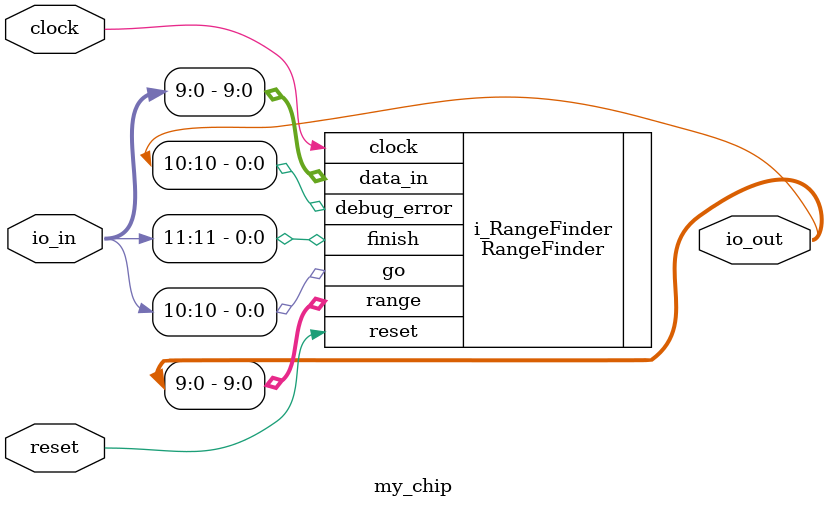
<source format=sv>
`default_nettype none

module my_chip (
    input logic [11:0] io_in, // Inputs to your chip
    output logic [11:0] io_out, // Outputs from your chip
    input logic clock,
    input logic reset // Important: Reset is ACTIVE-HIGH
);
    
    // Basic counter design as an example
    // TODO: remove the counter design and use this module to insert your own design
    // DO NOT change the I/O header of this design

    RangeFinder #(.WIDTH(10))
    i_RangeFinder(.data_in(io_in[9:0]), 
                  .clock(clock), 
                  .reset(reset), 
                  .go(io_in[10]), 
                  .finish(io_in[11]), 
                  .range(io_out[9:0]), 
                  .debug_error(io_out[10]));

endmodule

</source>
